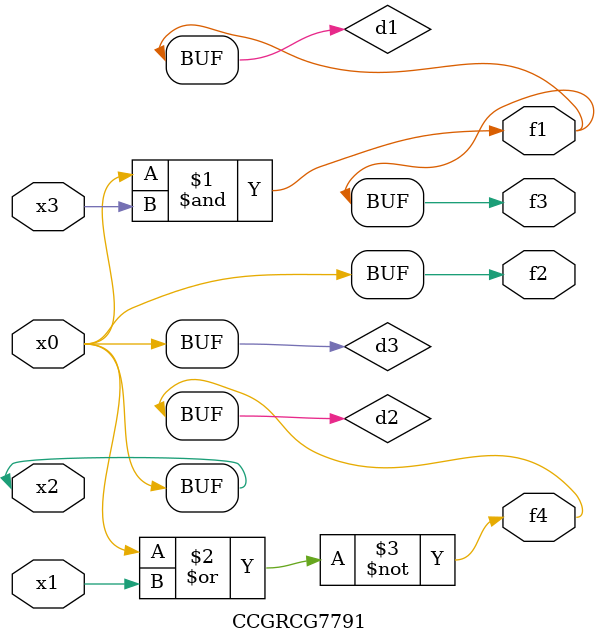
<source format=v>
module CCGRCG7791(
	input x0, x1, x2, x3,
	output f1, f2, f3, f4
);

	wire d1, d2, d3;

	and (d1, x2, x3);
	nor (d2, x0, x1);
	buf (d3, x0, x2);
	assign f1 = d1;
	assign f2 = d3;
	assign f3 = d1;
	assign f4 = d2;
endmodule

</source>
